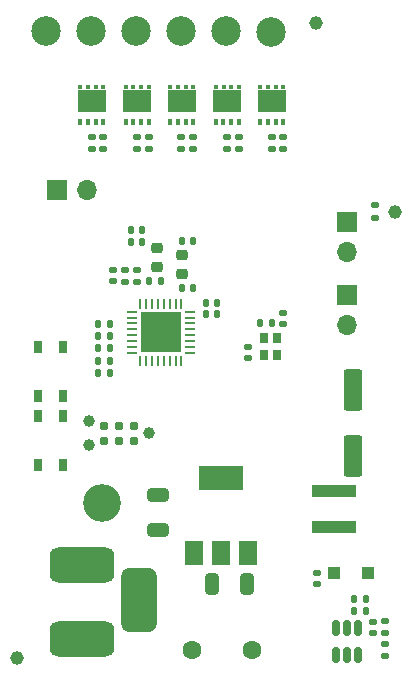
<source format=gbr>
%TF.GenerationSoftware,KiCad,Pcbnew,7.0.6*%
%TF.CreationDate,2023-08-18T05:18:53-04:00*%
%TF.ProjectId,esp-lightthing,6573702d-6c69-4676-9874-7468696e672e,rev?*%
%TF.SameCoordinates,Original*%
%TF.FileFunction,Soldermask,Top*%
%TF.FilePolarity,Negative*%
%FSLAX46Y46*%
G04 Gerber Fmt 4.6, Leading zero omitted, Abs format (unit mm)*
G04 Created by KiCad (PCBNEW 7.0.6) date 2023-08-18 05:18:53*
%MOMM*%
%LPD*%
G01*
G04 APERTURE LIST*
G04 Aperture macros list*
%AMRoundRect*
0 Rectangle with rounded corners*
0 $1 Rounding radius*
0 $2 $3 $4 $5 $6 $7 $8 $9 X,Y pos of 4 corners*
0 Add a 4 corners polygon primitive as box body*
4,1,4,$2,$3,$4,$5,$6,$7,$8,$9,$2,$3,0*
0 Add four circle primitives for the rounded corners*
1,1,$1+$1,$2,$3*
1,1,$1+$1,$4,$5*
1,1,$1+$1,$6,$7*
1,1,$1+$1,$8,$9*
0 Add four rect primitives between the rounded corners*
20,1,$1+$1,$2,$3,$4,$5,0*
20,1,$1+$1,$4,$5,$6,$7,0*
20,1,$1+$1,$6,$7,$8,$9,0*
20,1,$1+$1,$8,$9,$2,$3,0*%
G04 Aperture macros list end*
%ADD10R,0.350000X0.550000*%
%ADD11R,0.400000X0.350000*%
%ADD12R,2.450000X1.930000*%
%ADD13RoundRect,0.135000X0.135000X0.185000X-0.135000X0.185000X-0.135000X-0.185000X0.135000X-0.185000X0*%
%ADD14RoundRect,0.140000X0.170000X-0.140000X0.170000X0.140000X-0.170000X0.140000X-0.170000X-0.140000X0*%
%ADD15C,2.500000*%
%ADD16C,0.990600*%
%ADD17C,0.787400*%
%ADD18RoundRect,0.135000X0.185000X-0.135000X0.185000X0.135000X-0.185000X0.135000X-0.185000X-0.135000X0*%
%ADD19C,1.152000*%
%ADD20RoundRect,0.140000X0.140000X0.170000X-0.140000X0.170000X-0.140000X-0.170000X0.140000X-0.170000X0*%
%ADD21RoundRect,0.062500X-0.062500X0.375000X-0.062500X-0.375000X0.062500X-0.375000X0.062500X0.375000X0*%
%ADD22RoundRect,0.062500X-0.375000X0.062500X-0.375000X-0.062500X0.375000X-0.062500X0.375000X0.062500X0*%
%ADD23R,3.450000X3.450000*%
%ADD24RoundRect,0.150000X0.150000X-0.512500X0.150000X0.512500X-0.150000X0.512500X-0.150000X-0.512500X0*%
%ADD25RoundRect,0.140000X-0.170000X0.140000X-0.170000X-0.140000X0.170000X-0.140000X0.170000X0.140000X0*%
%ADD26RoundRect,0.135000X-0.135000X-0.185000X0.135000X-0.185000X0.135000X0.185000X-0.135000X0.185000X0*%
%ADD27C,3.200000*%
%ADD28RoundRect,0.250000X-0.300000X-0.300000X0.300000X-0.300000X0.300000X0.300000X-0.300000X0.300000X0*%
%ADD29RoundRect,0.140000X-0.140000X-0.170000X0.140000X-0.170000X0.140000X0.170000X-0.140000X0.170000X0*%
%ADD30R,0.650000X1.050000*%
%ADD31RoundRect,0.218750X-0.256250X0.218750X-0.256250X-0.218750X0.256250X-0.218750X0.256250X0.218750X0*%
%ADD32RoundRect,0.135000X-0.185000X0.135000X-0.185000X-0.135000X0.185000X-0.135000X0.185000X0.135000X0*%
%ADD33R,1.700000X1.700000*%
%ADD34O,1.700000X1.700000*%
%ADD35RoundRect,0.250000X0.550000X-1.500000X0.550000X1.500000X-0.550000X1.500000X-0.550000X-1.500000X0*%
%ADD36R,0.800000X0.900000*%
%ADD37RoundRect,0.250000X0.325000X0.650000X-0.325000X0.650000X-0.325000X-0.650000X0.325000X-0.650000X0*%
%ADD38RoundRect,0.250000X-0.650000X0.325000X-0.650000X-0.325000X0.650000X-0.325000X0.650000X0.325000X0*%
%ADD39RoundRect,0.750000X-2.000000X-0.750000X2.000000X-0.750000X2.000000X0.750000X-2.000000X0.750000X0*%
%ADD40RoundRect,0.750000X-0.750000X-2.000000X0.750000X-2.000000X0.750000X2.000000X-0.750000X2.000000X0*%
%ADD41R,1.500000X2.000000*%
%ADD42R,3.800000X2.000000*%
%ADD43R,3.700000X1.100000*%
%ADD44C,1.600000*%
G04 APERTURE END LIST*
D10*
%TO.C,Q201*%
X121740000Y-101915000D03*
X122390000Y-101915000D03*
X123040000Y-101915000D03*
X123690000Y-101915000D03*
D11*
X121745000Y-98970000D03*
X122395000Y-98970000D03*
D12*
X122720000Y-100110000D03*
D11*
X123045000Y-98970000D03*
X123695000Y-98970000D03*
%TD*%
D13*
%TO.C,R305*%
X124237500Y-120030000D03*
X123217500Y-120030000D03*
%TD*%
D14*
%TO.C,C203*%
X146550000Y-145180000D03*
X146550000Y-144220000D03*
%TD*%
D10*
%TO.C,Q204*%
X133205000Y-101915000D03*
X133855000Y-101915000D03*
X134505000Y-101915000D03*
X135155000Y-101915000D03*
D11*
X133210000Y-98970000D03*
X133860000Y-98970000D03*
D12*
X134185000Y-100110000D03*
D11*
X134510000Y-98970000D03*
X135160000Y-98970000D03*
%TD*%
D15*
%TO.C,J101*%
X118870000Y-94225000D03*
X122680000Y-94225000D03*
X126490000Y-94225000D03*
X130300000Y-94225000D03*
X134110000Y-94225000D03*
X137920000Y-94265000D03*
%TD*%
D16*
%TO.C,J203*%
X127538825Y-128263825D03*
X122458825Y-129279825D03*
X122458825Y-127247825D03*
D17*
X126268825Y-127628825D03*
X126268825Y-128898825D03*
X124998825Y-127628825D03*
X124998825Y-128898825D03*
X123728825Y-127628825D03*
X123728825Y-128898825D03*
%TD*%
D18*
%TO.C,R101*%
X146660000Y-109980000D03*
X146660000Y-108960000D03*
%TD*%
D19*
%TO.C,REF\u002A\u002A*%
X116340000Y-147270000D03*
%TD*%
%TO.C,REF\u002A\u002A*%
X141700000Y-93490000D03*
%TD*%
D20*
%TO.C,C311*%
X124227500Y-119000000D03*
X123267500Y-119000000D03*
%TD*%
D10*
%TO.C,Q205*%
X136970000Y-101915000D03*
X137620000Y-101915000D03*
X138270000Y-101915000D03*
X138920000Y-101915000D03*
D11*
X136975000Y-98970000D03*
X137625000Y-98970000D03*
D12*
X137950000Y-100110000D03*
D11*
X138275000Y-98970000D03*
X138925000Y-98970000D03*
%TD*%
D14*
%TO.C,C303*%
X124477500Y-115390000D03*
X124477500Y-114430000D03*
%TD*%
D21*
%TO.C,U1*%
X130300000Y-117262500D03*
X129800000Y-117262500D03*
X129300000Y-117262500D03*
X128800000Y-117262500D03*
X128300000Y-117262500D03*
X127800000Y-117262500D03*
X127300000Y-117262500D03*
X126800000Y-117262500D03*
D22*
X126112500Y-117950000D03*
X126112500Y-118450000D03*
X126112500Y-118950000D03*
X126112500Y-119450000D03*
X126112500Y-119950000D03*
X126112500Y-120450000D03*
X126112500Y-120950000D03*
X126112500Y-121450000D03*
D21*
X126800000Y-122137500D03*
X127300000Y-122137500D03*
X127800000Y-122137500D03*
X128300000Y-122137500D03*
X128800000Y-122137500D03*
X129300000Y-122137500D03*
X129800000Y-122137500D03*
X130300000Y-122137500D03*
D22*
X130987500Y-121450000D03*
X130987500Y-120950000D03*
X130987500Y-120450000D03*
X130987500Y-119950000D03*
X130987500Y-119450000D03*
X130987500Y-118950000D03*
X130987500Y-118450000D03*
X130987500Y-117950000D03*
D23*
X128550000Y-119700000D03*
%TD*%
D24*
%TO.C,U201*%
X143350000Y-146997500D03*
X144300000Y-146997500D03*
X145250000Y-146997500D03*
X145250000Y-144722500D03*
X144300000Y-144722500D03*
X143350000Y-144722500D03*
%TD*%
D25*
%TO.C,C313*%
X135960000Y-120920000D03*
X135960000Y-121880000D03*
%TD*%
D26*
%TO.C,R303*%
X136930000Y-118950000D03*
X137950000Y-118950000D03*
%TD*%
D18*
%TO.C,R201*%
X147540000Y-145190000D03*
X147540000Y-144170000D03*
%TD*%
D26*
%TO.C,R302*%
X123217500Y-122090000D03*
X124237500Y-122090000D03*
%TD*%
D27*
%TO.C,REF\u002A\u002A*%
X123570000Y-134190000D03*
%TD*%
D28*
%TO.C,D201*%
X143250000Y-140070000D03*
X146050000Y-140070000D03*
%TD*%
D18*
%TO.C,R205*%
X127535000Y-104145000D03*
X127535000Y-103125000D03*
%TD*%
D29*
%TO.C,C301*%
X130317500Y-111980000D03*
X131277500Y-111980000D03*
%TD*%
D30*
%TO.C,SW301*%
X120300000Y-126800000D03*
X120300000Y-130950000D03*
X118150000Y-126800000D03*
X118150000Y-130950000D03*
%TD*%
D18*
%TO.C,R212*%
X137925000Y-104145000D03*
X137925000Y-103125000D03*
%TD*%
D25*
%TO.C,C202*%
X141800000Y-140080000D03*
X141800000Y-141040000D03*
%TD*%
D31*
%TO.C,L301*%
X130327500Y-113192500D03*
X130327500Y-114767500D03*
%TD*%
D10*
%TO.C,Q203*%
X129340000Y-101915000D03*
X129990000Y-101915000D03*
X130640000Y-101915000D03*
X131290000Y-101915000D03*
D11*
X129345000Y-98970000D03*
X129995000Y-98970000D03*
D12*
X130320000Y-100110000D03*
D11*
X130645000Y-98970000D03*
X131295000Y-98970000D03*
%TD*%
D18*
%TO.C,R207*%
X131295000Y-104145000D03*
X131295000Y-103125000D03*
%TD*%
%TO.C,R209*%
X135150000Y-104145000D03*
X135150000Y-103125000D03*
%TD*%
D13*
%TO.C,R213*%
X145940000Y-143270000D03*
X144920000Y-143270000D03*
%TD*%
D20*
%TO.C,C309*%
X128527500Y-115365000D03*
X127567500Y-115365000D03*
%TD*%
D32*
%TO.C,R301*%
X125500000Y-114380000D03*
X125500000Y-115400000D03*
%TD*%
D18*
%TO.C,R208*%
X130295000Y-104145000D03*
X130295000Y-103125000D03*
%TD*%
%TO.C,R206*%
X126535000Y-104145000D03*
X126535000Y-103125000D03*
%TD*%
%TO.C,R211*%
X138915000Y-104145000D03*
X138915000Y-103125000D03*
%TD*%
D29*
%TO.C,C201*%
X144930000Y-142280000D03*
X145890000Y-142280000D03*
%TD*%
D18*
%TO.C,R203*%
X123685000Y-104145000D03*
X123685000Y-103125000D03*
%TD*%
D33*
%TO.C,J103*%
X144300000Y-116550000D03*
D34*
X144300000Y-119090000D03*
%TD*%
D18*
%TO.C,R210*%
X134145000Y-104145000D03*
X134145000Y-103125000D03*
%TD*%
%TO.C,R204*%
X122690000Y-104145000D03*
X122690000Y-103125000D03*
%TD*%
D20*
%TO.C,C307*%
X126960000Y-111070000D03*
X126000000Y-111070000D03*
%TD*%
D19*
%TO.C,REF\u002A\u002A*%
X148380000Y-109510000D03*
%TD*%
D35*
%TO.C,C204*%
X144850000Y-130160000D03*
X144850000Y-124560000D03*
%TD*%
D36*
%TO.C,Y1*%
X138360000Y-121610000D03*
X138360000Y-120210000D03*
X137260000Y-120210000D03*
X137260000Y-121610000D03*
%TD*%
D37*
%TO.C,C205*%
X135850000Y-141025000D03*
X132900000Y-141025000D03*
%TD*%
D38*
%TO.C,C206*%
X128320000Y-133500000D03*
X128320000Y-136450000D03*
%TD*%
D29*
%TO.C,C302*%
X130317500Y-115980000D03*
X131277500Y-115980000D03*
%TD*%
D20*
%TO.C,C310*%
X124220000Y-123110000D03*
X123260000Y-123110000D03*
%TD*%
D30*
%TO.C,SW302*%
X120300000Y-120950000D03*
X120300000Y-125100000D03*
X118150000Y-120950000D03*
X118150000Y-125100000D03*
%TD*%
D29*
%TO.C,C305*%
X132370000Y-118180000D03*
X133330000Y-118180000D03*
%TD*%
D33*
%TO.C,C101*%
X119755000Y-107640000D03*
D34*
X122295000Y-107640000D03*
%TD*%
D20*
%TO.C,C304*%
X124227500Y-121060000D03*
X123267500Y-121060000D03*
%TD*%
D29*
%TO.C,C306*%
X132370000Y-117180000D03*
X133330000Y-117180000D03*
%TD*%
D39*
%TO.C,J201*%
X121890000Y-139390000D03*
X121890000Y-145640000D03*
D40*
X126690000Y-142340000D03*
%TD*%
D41*
%TO.C,U202*%
X131330000Y-138355000D03*
X133630000Y-138355000D03*
D42*
X133630000Y-132055000D03*
D41*
X135930000Y-138355000D03*
%TD*%
D43*
%TO.C,L201*%
X143230000Y-136160000D03*
X143230000Y-133160000D03*
%TD*%
D44*
%TO.C,J202*%
X131230000Y-146590000D03*
X136230000Y-146590000D03*
%TD*%
D32*
%TO.C,R202*%
X147540000Y-146090000D03*
X147540000Y-147110000D03*
%TD*%
D20*
%TO.C,C308*%
X126960000Y-112070000D03*
X126000000Y-112070000D03*
%TD*%
D10*
%TO.C,Q202*%
X125580000Y-101915000D03*
X126230000Y-101915000D03*
X126880000Y-101915000D03*
X127530000Y-101915000D03*
D11*
X125585000Y-98970000D03*
X126235000Y-98970000D03*
D12*
X126560000Y-100110000D03*
D11*
X126885000Y-98970000D03*
X127535000Y-98970000D03*
%TD*%
D31*
%TO.C,L302*%
X128227500Y-112577500D03*
X128227500Y-114152500D03*
%TD*%
D14*
%TO.C,C312*%
X138900000Y-118990000D03*
X138900000Y-118030000D03*
%TD*%
D33*
%TO.C,J102*%
X144300000Y-110335000D03*
D34*
X144300000Y-112875000D03*
%TD*%
D18*
%TO.C,R304*%
X126537500Y-115400000D03*
X126537500Y-114380000D03*
%TD*%
M02*

</source>
